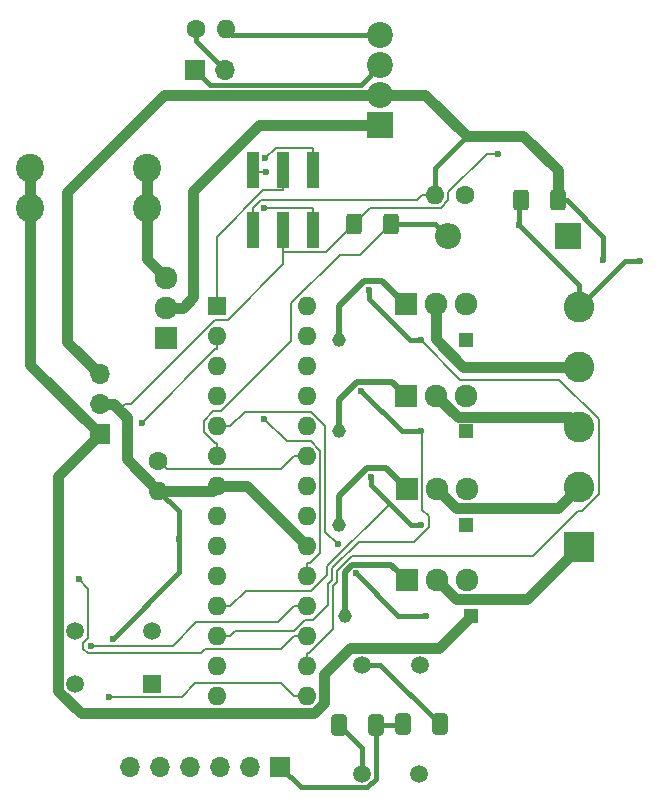
<source format=gbr>
%TF.GenerationSoftware,KiCad,Pcbnew,8.0.1-rc1*%
%TF.CreationDate,2024-06-22T18:18:56-07:00*%
%TF.ProjectId,AMS - CANBus - RGB - Nchannel,414d5320-2d20-4434-914e-427573202d20,rev?*%
%TF.SameCoordinates,Original*%
%TF.FileFunction,Copper,L1,Top*%
%TF.FilePolarity,Positive*%
%FSLAX46Y46*%
G04 Gerber Fmt 4.6, Leading zero omitted, Abs format (unit mm)*
G04 Created by KiCad (PCBNEW 8.0.1-rc1) date 2024-06-22 18:18:56*
%MOMM*%
%LPD*%
G01*
G04 APERTURE LIST*
G04 Aperture macros list*
%AMRoundRect*
0 Rectangle with rounded corners*
0 $1 Rounding radius*
0 $2 $3 $4 $5 $6 $7 $8 $9 X,Y pos of 4 corners*
0 Add a 4 corners polygon primitive as box body*
4,1,4,$2,$3,$4,$5,$6,$7,$8,$9,$2,$3,0*
0 Add four circle primitives for the rounded corners*
1,1,$1+$1,$2,$3*
1,1,$1+$1,$4,$5*
1,1,$1+$1,$6,$7*
1,1,$1+$1,$8,$9*
0 Add four rect primitives between the rounded corners*
20,1,$1+$1,$2,$3,$4,$5,0*
20,1,$1+$1,$4,$5,$6,$7,0*
20,1,$1+$1,$6,$7,$8,$9,0*
20,1,$1+$1,$8,$9,$2,$3,0*%
G04 Aperture macros list end*
%TA.AperFunction,SMDPad,CuDef*%
%ADD10RoundRect,0.250000X-0.412500X-0.650000X0.412500X-0.650000X0.412500X0.650000X-0.412500X0.650000X0*%
%TD*%
%TA.AperFunction,ComponentPad*%
%ADD11R,1.920000X1.920000*%
%TD*%
%TA.AperFunction,ComponentPad*%
%ADD12C,1.920000*%
%TD*%
%TA.AperFunction,ComponentPad*%
%ADD13C,1.600000*%
%TD*%
%TA.AperFunction,ComponentPad*%
%ADD14O,1.600000X1.600000*%
%TD*%
%TA.AperFunction,ComponentPad*%
%ADD15R,2.200000X2.200000*%
%TD*%
%TA.AperFunction,ComponentPad*%
%ADD16O,2.200000X2.200000*%
%TD*%
%TA.AperFunction,ComponentPad*%
%ADD17C,2.200000*%
%TD*%
%TA.AperFunction,ComponentPad*%
%ADD18R,2.600000X2.600000*%
%TD*%
%TA.AperFunction,ComponentPad*%
%ADD19C,2.600000*%
%TD*%
%TA.AperFunction,ComponentPad*%
%ADD20R,1.700000X1.700000*%
%TD*%
%TA.AperFunction,ComponentPad*%
%ADD21O,1.700000X1.700000*%
%TD*%
%TA.AperFunction,ComponentPad*%
%ADD22C,2.400000*%
%TD*%
%TA.AperFunction,ComponentPad*%
%ADD23R,1.150000X1.150000*%
%TD*%
%TA.AperFunction,ComponentPad*%
%ADD24C,1.150000*%
%TD*%
%TA.AperFunction,SMDPad,CuDef*%
%ADD25RoundRect,0.250000X-0.400000X-0.625000X0.400000X-0.625000X0.400000X0.625000X-0.400000X0.625000X0*%
%TD*%
%TA.AperFunction,SMDPad,CuDef*%
%ADD26R,1.000000X3.150000*%
%TD*%
%TA.AperFunction,ComponentPad*%
%ADD27R,1.600000X1.600000*%
%TD*%
%TA.AperFunction,ComponentPad*%
%ADD28C,1.500000*%
%TD*%
%TA.AperFunction,ComponentPad*%
%ADD29R,1.500000X1.500000*%
%TD*%
%TA.AperFunction,SMDPad,CuDef*%
%ADD30RoundRect,0.250000X0.412500X0.650000X-0.412500X0.650000X-0.412500X-0.650000X0.412500X-0.650000X0*%
%TD*%
%TA.AperFunction,ViaPad*%
%ADD31C,0.600000*%
%TD*%
%TA.AperFunction,Conductor*%
%ADD32C,0.889000*%
%TD*%
%TA.AperFunction,Conductor*%
%ADD33C,0.200000*%
%TD*%
%TA.AperFunction,Conductor*%
%ADD34C,0.381000*%
%TD*%
%TA.AperFunction,Conductor*%
%ADD35C,0.508000*%
%TD*%
G04 APERTURE END LIST*
D10*
%TO.P,C3,1*%
%TO.N,Net-(U2-XTAL2{slash}PB7)*%
X151259400Y-117195200D03*
%TO.P,C3,2*%
%TO.N,GND*%
X154384400Y-117195200D03*
%TD*%
D11*
%TO.P,Q3,1*%
%TO.N,Net-(Q3-Pad1)*%
X157029900Y-104966800D03*
D12*
%TO.P,Q3,2*%
%TO.N,/Output12v/Out1*%
X159569900Y-104966800D03*
%TO.P,Q3,3*%
%TO.N,+VDC*%
X162109900Y-104966800D03*
%TD*%
D11*
%TO.P,Q5,1*%
%TO.N,Net-(Q5-Pad1)*%
X157029900Y-97215700D03*
D12*
%TO.P,Q5,2*%
%TO.N,/Output12v/Out2*%
X159569900Y-97215700D03*
%TO.P,Q5,3*%
%TO.N,+VDC*%
X162109900Y-97215700D03*
%TD*%
D13*
%TO.P,R7,1*%
%TO.N,Net-(J5-Pin_2)*%
X139116100Y-58260700D03*
D14*
%TO.P,R7,2*%
%TO.N,CANBUS_L*%
X141656100Y-58260700D03*
%TD*%
D15*
%TO.P,D2,1,K*%
%TO.N,Net-(D2-K)*%
X170632200Y-75831200D03*
D16*
%TO.P,D2,2,A*%
%TO.N,/BareMinAtmel328P/PD4-D4*%
X160472200Y-75831200D03*
%TD*%
D15*
%TO.P,J1,1,Pin_1*%
%TO.N,Net-(J1-Pin_1)*%
X154748000Y-66384800D03*
D17*
%TO.P,J1,2,Pin_2*%
%TO.N,GND*%
X154748000Y-63844800D03*
%TO.P,J1,3,Pin_3*%
%TO.N,CANBUS_H*%
X154748000Y-61304800D03*
%TO.P,J1,4,Pin_4*%
%TO.N,CANBUS_L*%
X154748000Y-58764800D03*
%TD*%
D18*
%TO.P,J2,1,Pin_1*%
%TO.N,/Output12v/Out1*%
X171594600Y-102105600D03*
D19*
%TO.P,J2,2,Pin_2*%
%TO.N,/Output12v/Out2*%
X171594600Y-97025600D03*
%TO.P,J2,3,Pin_3*%
%TO.N,/Output12v/Out3*%
X171594600Y-91945600D03*
%TO.P,J2,4,Pin_4*%
%TO.N,/Output12v/Out4*%
X171594600Y-86865600D03*
%TO.P,J2,5,Pin_5*%
%TO.N,Net-(J2-Pin_5)*%
X171594600Y-81785600D03*
%TD*%
D13*
%TO.P,NTC1,1*%
%TO.N,/BareMinAtmel328P/PC0-A0*%
X135965600Y-94809500D03*
D14*
%TO.P,NTC1,2*%
%TO.N,+5V*%
X135965600Y-97349500D03*
%TD*%
D11*
%TO.P,Q7,1*%
%TO.N,Net-(Q7-Pad1)*%
X156961400Y-89326400D03*
D12*
%TO.P,Q7,2*%
%TO.N,/Output12v/Out3*%
X159501400Y-89326400D03*
%TO.P,Q7,3*%
%TO.N,+VDC*%
X162041400Y-89326400D03*
%TD*%
D20*
%TO.P,J3,1,Pin_1*%
%TO.N,GND*%
X146254600Y-120744200D03*
D21*
%TO.P,J3,2,Pin_2*%
%TO.N,unconnected-(J3-Pin_2-Pad2)*%
X143714600Y-120744200D03*
%TO.P,J3,3,Pin_3*%
%TO.N,+5V*%
X141174600Y-120744200D03*
%TO.P,J3,4,Pin_4*%
%TO.N,/BareMinAtmel328P/PD0-RX*%
X138634600Y-120744200D03*
%TO.P,J3,5,Pin_5*%
%TO.N,/BareMinAtmel328P/PD1-TX*%
X136094600Y-120744200D03*
%TO.P,J3,6,Pin_6*%
%TO.N,Net-(J3-Pin_6)*%
X133554600Y-120744200D03*
%TD*%
D22*
%TO.P,U5,1,1*%
%TO.N,Net-(Q1-Pad3)*%
X134999500Y-70018000D03*
%TO.P,U5,2,2*%
X134999500Y-73418000D03*
%TO.P,U5,3,3*%
%TO.N,+VDC*%
X125079500Y-70018000D03*
%TO.P,U5,4,4*%
X125079500Y-73418000D03*
%TD*%
D23*
%TO.P,Z1,1*%
%TO.N,+VDC*%
X162430500Y-107964000D03*
D24*
%TO.P,Z1,2*%
%TO.N,Net-(Q3-Pad1)*%
X151730500Y-107964000D03*
%TD*%
D25*
%TO.P,R22,1*%
%TO.N,+5V*%
X152547400Y-74745100D03*
%TO.P,R22,2*%
%TO.N,/BareMinAtmel328P/PD4-D4*%
X155647400Y-74745100D03*
%TD*%
D13*
%TO.P,R6,1*%
%TO.N,Net-(U4-Rs)*%
X161933600Y-72318900D03*
D14*
%TO.P,R6,2*%
%TO.N,GND*%
X159393600Y-72318900D03*
%TD*%
D11*
%TO.P,Q9,1*%
%TO.N,Net-(Q9-Pad1)*%
X156916800Y-81600400D03*
D12*
%TO.P,Q9,2*%
%TO.N,/Output12v/Out4*%
X159456800Y-81600400D03*
%TO.P,Q9,3*%
%TO.N,+VDC*%
X161996800Y-81600400D03*
%TD*%
D20*
%TO.P,Powerboard1,1,Pin_1*%
%TO.N,+VDC*%
X130976300Y-92602600D03*
D21*
%TO.P,Powerboard1,2,Pin_2*%
%TO.N,+5V*%
X130976300Y-90062600D03*
%TO.P,Powerboard1,3,Pin_3*%
%TO.N,GND*%
X130976300Y-87522600D03*
%TD*%
D26*
%TO.P,J4,1,Pin_1*%
%TO.N,/BareMinAtmel328P/PB4-D12-MISO*%
X149082300Y-70232000D03*
%TO.P,J4,2,Pin_2*%
%TO.N,/BareMinAtmel328P/PB5-D13-SCK*%
X149082300Y-75282000D03*
%TO.P,J4,3,Pin_3*%
%TO.N,/BareMinAtmel328P/RESET*%
X146542300Y-70232000D03*
%TO.P,J4,4,Pin_4*%
%TO.N,+5V*%
X146542300Y-75282000D03*
%TO.P,J4,5,Pin_5*%
%TO.N,/BareMinAtmel328P/PB3-D11-MOSI*%
X144002300Y-70232000D03*
%TO.P,J4,6,Pin_6*%
%TO.N,GND*%
X144002300Y-75282000D03*
%TD*%
D23*
%TO.P,Z2,1*%
%TO.N,+VDC*%
X161977900Y-100269500D03*
D24*
%TO.P,Z2,2*%
%TO.N,Net-(Q5-Pad1)*%
X151277900Y-100269500D03*
%TD*%
D27*
%TO.P,U2,1,~{RESET}/PC6*%
%TO.N,/BareMinAtmel328P/RESET*%
X140929500Y-81761800D03*
D14*
%TO.P,U2,2,PD0*%
%TO.N,/BareMinAtmel328P/PD0-RX*%
X140929500Y-84301800D03*
%TO.P,U2,3,PD1*%
%TO.N,/BareMinAtmel328P/PD1-TX*%
X140929500Y-86841800D03*
%TO.P,U2,4,PD2*%
%TO.N,/BareMinAtmel328P/PD2-D2*%
X140929500Y-89381800D03*
%TO.P,U2,5,PD3*%
%TO.N,/BareMinAtmel328P/PD3-D3*%
X140929500Y-91921800D03*
%TO.P,U2,6,PD4*%
%TO.N,/BareMinAtmel328P/PD4-D4*%
X140929500Y-94461800D03*
%TO.P,U2,7,VCC*%
%TO.N,+5V*%
X140929500Y-97001800D03*
%TO.P,U2,8,GND*%
%TO.N,GND*%
X140929500Y-99541800D03*
%TO.P,U2,9,XTAL1/PB6*%
%TO.N,Net-(U2-XTAL1{slash}PB6)*%
X140929500Y-102081800D03*
%TO.P,U2,10,XTAL2/PB7*%
%TO.N,Net-(U2-XTAL2{slash}PB7)*%
X140929500Y-104621800D03*
%TO.P,U2,11,PD5*%
%TO.N,/BareMinAtmel328P/PD5-D5*%
X140929500Y-107161800D03*
%TO.P,U2,12,PD6*%
%TO.N,/BareMinAtmel328P/PD6-D6*%
X140929500Y-109701800D03*
%TO.P,U2,13,PD7*%
%TO.N,/BareMinAtmel328P/PD7-D7*%
X140929500Y-112241800D03*
%TO.P,U2,14,PB0*%
%TO.N,/BareMinAtmel328P/PB0-D8*%
X140929500Y-114781800D03*
%TO.P,U2,15,PB1*%
%TO.N,/BareMinAtmel328P/PB1-D9*%
X148549500Y-114781800D03*
%TO.P,U2,16,PB2*%
%TO.N,/BareMinAtmel328P/PB2-D10-SS*%
X148549500Y-112241800D03*
%TO.P,U2,17,PB3*%
%TO.N,/BareMinAtmel328P/PB3-D11-MOSI*%
X148549500Y-109701800D03*
%TO.P,U2,18,PB4*%
%TO.N,/BareMinAtmel328P/PB4-D12-MISO*%
X148549500Y-107161800D03*
%TO.P,U2,19,PB5*%
%TO.N,/BareMinAtmel328P/PB5-D13-SCK*%
X148549500Y-104621800D03*
%TO.P,U2,20,AVCC*%
%TO.N,+5V*%
X148549500Y-102081800D03*
%TO.P,U2,21,AREF*%
%TO.N,/BareMinAtmel328P/AREF*%
X148549500Y-99541800D03*
%TO.P,U2,22,GND*%
%TO.N,GND*%
X148549500Y-97001800D03*
%TO.P,U2,23,PC0*%
%TO.N,/BareMinAtmel328P/PC0-A0*%
X148549500Y-94461800D03*
%TO.P,U2,24,PC1*%
%TO.N,/BareMinAtmel328P/PC1-A1*%
X148549500Y-91921800D03*
%TO.P,U2,25,PC2*%
%TO.N,/BareMinAtmel328P/PC2-A2*%
X148549500Y-89381800D03*
%TO.P,U2,26,PC3*%
%TO.N,/BareMinAtmel328P/PC3-A3*%
X148549500Y-86841800D03*
%TO.P,U2,27,PC4*%
%TO.N,/BareMinAtmel328P/PC4-A4-SDA*%
X148549500Y-84301800D03*
%TO.P,U2,28,PC5*%
%TO.N,/BareMinAtmel328P/PC5-A5-SCL*%
X148549500Y-81761800D03*
%TD*%
D20*
%TO.P,J5,1,Pin_1*%
%TO.N,CANBUS_H*%
X139049600Y-61738500D03*
D21*
%TO.P,J5,2,Pin_2*%
%TO.N,Net-(J5-Pin_2)*%
X141589600Y-61738500D03*
%TD*%
D11*
%TO.P,Q1,1*%
%TO.N,Net-(Q1-Pad1)*%
X136586000Y-84423600D03*
D12*
%TO.P,Q1,2*%
%TO.N,Net-(J1-Pin_1)*%
X136586000Y-81883600D03*
%TO.P,Q1,3*%
%TO.N,Net-(Q1-Pad3)*%
X136586000Y-79343600D03*
%TD*%
D28*
%TO.P,Y2,1,1*%
%TO.N,Net-(U3-OSC1)*%
X153203400Y-112099600D03*
%TO.P,Y2,2,2*%
%TO.N,Net-(U3-OSC2)*%
X158083400Y-112099600D03*
%TD*%
D29*
%TO.P,Reset1,1,NO_1*%
%TO.N,/BareMinAtmel328P/RESET*%
X135385300Y-113752500D03*
D28*
%TO.P,Reset1,2,NO_2*%
%TO.N,unconnected-(Reset1-NO_2-Pad2)*%
X128885300Y-113752500D03*
%TO.P,Reset1,3,COM_1*%
%TO.N,GND*%
X135385300Y-109252500D03*
%TO.P,Reset1,4,COM_2*%
%TO.N,unconnected-(Reset1-COM_2-Pad4)*%
X128885300Y-109252500D03*
%TD*%
D30*
%TO.P,C5,1*%
%TO.N,Net-(U3-OSC1)*%
X159782200Y-117145000D03*
%TO.P,C5,2*%
%TO.N,GND*%
X156657200Y-117145000D03*
%TD*%
D28*
%TO.P,Y1,1,1*%
%TO.N,Net-(U2-XTAL2{slash}PB7)*%
X153178500Y-121354000D03*
%TO.P,Y1,2,2*%
%TO.N,Net-(U2-XTAL1{slash}PB6)*%
X158058500Y-121354000D03*
%TD*%
D25*
%TO.P,C8,1*%
%TO.N,Net-(J2-Pin_5)*%
X166654000Y-72746000D03*
%TO.P,C8,2*%
%TO.N,GND*%
X169754000Y-72746000D03*
%TD*%
D23*
%TO.P,Z4,1*%
%TO.N,+VDC*%
X161963000Y-84624300D03*
D24*
%TO.P,Z4,2*%
%TO.N,Net-(Q9-Pad1)*%
X151263000Y-84624300D03*
%TD*%
D23*
%TO.P,Z3,1*%
%TO.N,+VDC*%
X161963000Y-92343800D03*
D24*
%TO.P,Z3,2*%
%TO.N,Net-(Q7-Pad1)*%
X151263000Y-92343800D03*
%TD*%
D31*
%TO.N,GND*%
X154384000Y-117195000D03*
X173627000Y-77825200D03*
X163203000Y-67338900D03*
X156657000Y-117145000D03*
X128222000Y-81122900D03*
%TO.N,+5V*%
X132103000Y-109881000D03*
X164680600Y-68862200D03*
X137702000Y-101432000D03*
%TO.N,/BareMinAtmel328P/PB5-D13-SCK*%
X144892300Y-91269400D03*
X144926700Y-73405300D03*
%TO.N,/BareMinAtmel328P/PB3-D11-MOSI*%
X145039000Y-70346500D03*
X129219300Y-104880400D03*
%TO.N,/BareMinAtmel328P/PB4-D12-MISO*%
X145019600Y-69215300D03*
X130270200Y-110517300D03*
%TO.N,/BareMinAtmel328P/PD0-RX*%
X134533900Y-91661400D03*
%TO.N,/BareMinAtmel328P/PD6-D6*%
X158163000Y-92343800D03*
X153138000Y-88887400D03*
%TO.N,/BareMinAtmel328P/PB2-D10-SS*%
X153764000Y-80335200D03*
X158163000Y-84624300D03*
%TO.N,/BareMinAtmel328P/PD3-D3*%
X158631000Y-107964000D03*
X151159500Y-101906400D03*
X152696000Y-104374000D03*
%TO.N,/BareMinAtmel328P/PD5-D5*%
X153981000Y-96169100D03*
X158178000Y-100270000D03*
%TO.N,/BareMinAtmel328P/PB1-D9*%
X131783200Y-114804200D03*
%TO.N,Net-(J2-Pin_5)*%
X176758000Y-77879700D03*
X166490000Y-74881200D03*
%TD*%
D32*
%TO.N,GND*%
X136445000Y-63844800D02*
X128247000Y-72043300D01*
X166851000Y-67338900D02*
X169754000Y-70241600D01*
X169754000Y-70241600D02*
X169754000Y-72746000D01*
X128247000Y-81097700D02*
X128222000Y-81122900D01*
D33*
X158291900Y-72318900D02*
X157835200Y-72775600D01*
D34*
X154384600Y-117195000D02*
X156607000Y-117195000D01*
D32*
X158565000Y-63844800D02*
X162059000Y-67338900D01*
D33*
X157835200Y-72775600D02*
X144632000Y-72775600D01*
D34*
X154384000Y-117195000D02*
X154384000Y-121761000D01*
D32*
X162059000Y-67338900D02*
X163203000Y-67338900D01*
D34*
X159394000Y-72318900D02*
X159394000Y-70004300D01*
D33*
X144002300Y-75282000D02*
X144002300Y-73405300D01*
D32*
X154748000Y-63844800D02*
X136445000Y-63844800D01*
D34*
X159394000Y-70004300D02*
X162059000Y-67338900D01*
D33*
X159393600Y-72318900D02*
X158291900Y-72318900D01*
D34*
X170528000Y-72746000D02*
X169754000Y-72746000D01*
D32*
X154748000Y-63844800D02*
X158565000Y-63844800D01*
D34*
X153651000Y-122494000D02*
X148005000Y-122494000D01*
D32*
X128247000Y-72043300D02*
X128247000Y-81097700D01*
D34*
X173627000Y-75845200D02*
X170528000Y-72746000D01*
D32*
X163203000Y-67338900D02*
X166851000Y-67338900D01*
D34*
X173627000Y-77825200D02*
X173627000Y-75845200D01*
D32*
X128222000Y-81122900D02*
X128222000Y-84767900D01*
D34*
X154384000Y-121761000D02*
X153651000Y-122494000D01*
D33*
X144632000Y-72775600D02*
X144002300Y-73405300D01*
D32*
X128222000Y-84767900D02*
X130976000Y-87522600D01*
D34*
X148005000Y-122494000D02*
X146255000Y-120744000D01*
D33*
%TO.N,/BareMinAtmel328P/RESET*%
X140929500Y-75844800D02*
X140929500Y-81761800D01*
X146542300Y-70232000D02*
X146542300Y-71942400D01*
X146542300Y-71942400D02*
X144831900Y-71942400D01*
X144831900Y-71942400D02*
X140929500Y-75844800D01*
%TO.N,+5V*%
X133132200Y-90005800D02*
X132626900Y-90511100D01*
X141856600Y-82890200D02*
X140759300Y-82890200D01*
D34*
X132103000Y-109881000D02*
X137702000Y-104282000D01*
D33*
X152547400Y-74745100D02*
X153871900Y-73420600D01*
X146542300Y-75282000D02*
X146542300Y-77158700D01*
X133643700Y-90005800D02*
X133132200Y-90005800D01*
D32*
X140582000Y-97349500D02*
X140929700Y-97002000D01*
X135966000Y-97349500D02*
X140582000Y-97349500D01*
D33*
X140759300Y-82890200D02*
X133643700Y-90005800D01*
D32*
X132178000Y-90062600D02*
X132626900Y-90511100D01*
X132626900Y-90511100D02*
X133262000Y-91145800D01*
X133262000Y-94645400D02*
X135966000Y-97349500D01*
D34*
X137702000Y-104282000D02*
X137702000Y-101432000D01*
D33*
X153871900Y-73420600D02*
X159889700Y-73420600D01*
D32*
X133262000Y-91145800D02*
X133262000Y-94645400D01*
D33*
X163760200Y-68862200D02*
X164680600Y-68862200D01*
X160519300Y-72791000D02*
X160519300Y-72103100D01*
D34*
X137702000Y-101432000D02*
X137702000Y-99085700D01*
D33*
X146542300Y-77158700D02*
X150133800Y-77158700D01*
X146542300Y-78204500D02*
X141856600Y-82890200D01*
D34*
X137702000Y-99085700D02*
X135966000Y-97349500D01*
D33*
X159889700Y-73420600D02*
X160519300Y-72791000D01*
X146542300Y-77158700D02*
X146542300Y-78204500D01*
X160519300Y-72103100D02*
X163760200Y-68862200D01*
D32*
X140930000Y-97001800D02*
X143470000Y-97001800D01*
X130976300Y-90062600D02*
X132178000Y-90062600D01*
D33*
X150133800Y-77158700D02*
X152547400Y-74745100D01*
D32*
X143470000Y-97001800D02*
X148549700Y-102081600D01*
D34*
%TO.N,CANBUS_L*%
X142160000Y-58764800D02*
X141656000Y-58260700D01*
X154748000Y-58764800D02*
X142160000Y-58764800D01*
%TO.N,CANBUS_H*%
X153074000Y-62979000D02*
X140290000Y-62979000D01*
X140290000Y-62979000D02*
X139050000Y-61738500D01*
X154748000Y-61304800D02*
X153074000Y-62979000D01*
D33*
%TO.N,/BareMinAtmel328P/PB5-D13-SCK*%
X149082300Y-73405300D02*
X144926700Y-73405300D01*
X148549500Y-104621800D02*
X148549500Y-103520100D01*
X149678000Y-94017400D02*
X149678000Y-102619900D01*
X148777800Y-103520100D02*
X148549500Y-103520100D01*
X149678000Y-102619900D02*
X148777800Y-103520100D01*
X149082300Y-75282000D02*
X149082300Y-73405300D01*
X148852400Y-93191800D02*
X149678000Y-94017400D01*
X144892300Y-91269400D02*
X146814700Y-93191800D01*
X146814700Y-93191800D02*
X148852400Y-93191800D01*
%TO.N,/BareMinAtmel328P/PB3-D11-MOSI*%
X129990600Y-109852100D02*
X129990600Y-105651700D01*
X139600100Y-111146700D02*
X129978500Y-111146700D01*
X129609700Y-110233000D02*
X129990600Y-109852100D01*
X129978500Y-111146700D02*
X129609700Y-110777900D01*
X147447800Y-109701800D02*
X146346100Y-110803500D01*
X148549500Y-109701800D02*
X147447800Y-109701800D01*
X139943300Y-110803500D02*
X139600100Y-111146700D01*
X146346100Y-110803500D02*
X139943300Y-110803500D01*
X129609700Y-110777900D02*
X129609700Y-110233000D01*
X129990600Y-105651700D02*
X129219300Y-104880400D01*
X145039000Y-70346500D02*
X144116800Y-70346500D01*
%TO.N,/BareMinAtmel328P/PB4-D12-MISO*%
X139148300Y-108524400D02*
X137155400Y-110517300D01*
X149082300Y-68355300D02*
X145879600Y-68355300D01*
X137155400Y-110517300D02*
X130270200Y-110517300D01*
X145879600Y-68355300D02*
X145019600Y-69215300D01*
X147447800Y-107161800D02*
X146085200Y-108524400D01*
X149082300Y-70232000D02*
X149082300Y-68355300D01*
X148549500Y-107161800D02*
X147447800Y-107161800D01*
X146085200Y-108524400D02*
X139148300Y-108524400D01*
%TO.N,/BareMinAtmel328P/PD0-RX*%
X140929500Y-84301800D02*
X140929500Y-85403500D01*
X140929500Y-85403500D02*
X140791800Y-85403500D01*
X140791800Y-85403500D02*
X134533900Y-91661400D01*
D32*
%TO.N,+VDC*%
X125080000Y-86705800D02*
X130976000Y-92602600D01*
X149994000Y-112853000D02*
X152142000Y-110705000D01*
X127491000Y-96088100D02*
X127491000Y-114341000D01*
X129376000Y-116226000D02*
X149148000Y-116226000D01*
X152142000Y-110705000D02*
X159689000Y-110705000D01*
X149994000Y-115380000D02*
X149994000Y-112853000D01*
X159689000Y-110705000D02*
X162430700Y-107964200D01*
D33*
X125080000Y-71718000D02*
X125079500Y-71717500D01*
D32*
X125080000Y-71718000D02*
X125080000Y-73418000D01*
X130976000Y-92602600D02*
X127491000Y-96088100D01*
X125080000Y-73418000D02*
X125080000Y-86705800D01*
D33*
X125079500Y-71717500D02*
X125079500Y-70018000D01*
D32*
X125080000Y-70018000D02*
X125080000Y-71718000D01*
X127491000Y-114341000D02*
X129376000Y-116226000D01*
X149148000Y-116226000D02*
X149994000Y-115380000D01*
D33*
%TO.N,/BareMinAtmel328P/PD4-D4*%
X139796500Y-91471300D02*
X140616000Y-90651800D01*
X147196800Y-81513000D02*
X151338600Y-77371200D01*
X141254000Y-90651800D02*
X147196800Y-84709000D01*
X147196800Y-84709000D02*
X147196800Y-81513000D01*
X140791800Y-93360100D02*
X139796500Y-92364800D01*
X139796500Y-92364800D02*
X139796500Y-91471300D01*
X140929500Y-94461800D02*
X140929500Y-93360100D01*
X140616000Y-90651800D02*
X141254000Y-90651800D01*
X151338600Y-77371200D02*
X153020900Y-77371200D01*
D34*
X159386000Y-74745100D02*
X160472000Y-75831200D01*
D33*
X140929500Y-93360100D02*
X140791800Y-93360100D01*
D34*
X155647400Y-74745100D02*
X159386000Y-74745100D01*
D33*
X153020900Y-77371200D02*
X155647000Y-74745100D01*
%TO.N,/BareMinAtmel328P/PD6-D6*%
X158831900Y-100472100D02*
X158831900Y-99547300D01*
X150329400Y-105264500D02*
X150660500Y-104933400D01*
X142487700Y-109245300D02*
X147447900Y-109245300D01*
X150329400Y-107002900D02*
X150329400Y-105264500D01*
X150660500Y-103953400D02*
X152938200Y-101675700D01*
X150660500Y-104933400D02*
X150660500Y-103953400D01*
X158831900Y-99547300D02*
X158299900Y-99015300D01*
D34*
X156594000Y-92343800D02*
X158163000Y-92343800D01*
D33*
X152938200Y-101675700D02*
X157628300Y-101675700D01*
X140929500Y-109701800D02*
X142031200Y-109701800D01*
X148403000Y-108290200D02*
X149042100Y-108290200D01*
D34*
X153138000Y-88887400D02*
X156594000Y-92343800D01*
D33*
X149042100Y-108290200D02*
X150329400Y-107002900D01*
X158299900Y-99015300D02*
X158299900Y-92480700D01*
X142031200Y-109701800D02*
X142487700Y-109245300D01*
X147447900Y-109245300D02*
X148403000Y-108290200D01*
X157628300Y-101675700D02*
X158831900Y-100472100D01*
X158299900Y-92480700D02*
X158163000Y-92343800D01*
%TO.N,/BareMinAtmel328P/PB2-D10-SS*%
X173254300Y-97662100D02*
X173254300Y-91326100D01*
X171485000Y-99115100D02*
X171801300Y-99115100D01*
X161518500Y-87979800D02*
X158163000Y-84624300D01*
X151062200Y-104151600D02*
X152323600Y-102890200D01*
X148687200Y-111140100D02*
X150731100Y-109096200D01*
X169908000Y-87979800D02*
X161518500Y-87979800D01*
X167709900Y-102890200D02*
X171485000Y-99115100D01*
X148549500Y-112241800D02*
X148549500Y-111140100D01*
X171801300Y-99115100D02*
X173254300Y-97662100D01*
X148549500Y-111140100D02*
X148687200Y-111140100D01*
D34*
X153764000Y-80335200D02*
X153764000Y-81149000D01*
X157240000Y-84624300D02*
X158163000Y-84624300D01*
D33*
X150731100Y-105430800D02*
X151062200Y-105099700D01*
X152323600Y-102890200D02*
X167709900Y-102890200D01*
X151062200Y-105099700D02*
X151062200Y-104151600D01*
X173254300Y-91326100D02*
X169908000Y-87979800D01*
D34*
X153764000Y-81149000D02*
X157240000Y-84624300D01*
D33*
X150731100Y-109096200D02*
X150731100Y-105430800D01*
%TO.N,/BareMinAtmel328P/PD3-D3*%
X151159500Y-101906400D02*
X150106600Y-100853500D01*
X150106600Y-100853500D02*
X150106600Y-91914900D01*
X140929500Y-91921800D02*
X142031200Y-91921800D01*
X148859400Y-90667700D02*
X143285300Y-90667700D01*
D34*
X152696000Y-104374000D02*
X156286000Y-107964000D01*
D33*
X143285300Y-90667700D02*
X142031200Y-91921800D01*
D34*
X156286000Y-107964000D02*
X158631000Y-107964000D01*
D33*
X150106600Y-91914900D02*
X148859400Y-90667700D01*
%TO.N,/BareMinAtmel328P/PD5-D5*%
X148905000Y-105835900D02*
X150258700Y-104482200D01*
D34*
X157383000Y-100270000D02*
X158178000Y-100270000D01*
D33*
X140929500Y-107161800D02*
X142031200Y-107161800D01*
D34*
X155563500Y-98450300D02*
X157383000Y-100270000D01*
D33*
X143357100Y-105835900D02*
X148905000Y-105835900D01*
X150258700Y-104482200D02*
X150258700Y-103755200D01*
X150258700Y-103755200D02*
X155563500Y-98450400D01*
D34*
X153981000Y-96169100D02*
X153981000Y-96867700D01*
D33*
X142031200Y-107161800D02*
X143357100Y-105835900D01*
X155563500Y-98450400D02*
X155563500Y-98450300D01*
D34*
X153981000Y-96867700D02*
X155563500Y-98450300D01*
D33*
%TO.N,/BareMinAtmel328P/PC0-A0*%
X136722200Y-95566100D02*
X146343500Y-95566100D01*
X146343500Y-95566100D02*
X147447800Y-94461800D01*
X148549500Y-94461800D02*
X147447800Y-94461800D01*
X135965600Y-94809500D02*
X136722200Y-95566100D01*
D32*
%TO.N,Net-(Q1-Pad3)*%
X135000000Y-70018000D02*
X135000000Y-71952700D01*
X135000000Y-77757100D02*
X136586000Y-79343600D01*
D33*
X135000000Y-71952700D02*
X134999500Y-71952200D01*
X134999500Y-71952200D02*
X134999500Y-70018000D01*
D32*
X135000000Y-71952700D02*
X135000000Y-73887500D01*
X135000000Y-73887500D02*
X135000000Y-77757100D01*
D33*
%TO.N,/BareMinAtmel328P/PB1-D9*%
X147447800Y-114781800D02*
X146343300Y-113677300D01*
X146343300Y-113677300D02*
X139053800Y-113677300D01*
X137926900Y-114804200D02*
X131783200Y-114804200D01*
X139053800Y-113677300D02*
X137926900Y-114804200D01*
X148549500Y-114781800D02*
X147447800Y-114781800D01*
D34*
%TO.N,Net-(U2-XTAL2{slash}PB7)*%
X153179000Y-119114000D02*
X151259300Y-117195300D01*
X153179000Y-121354000D02*
X153179000Y-119114000D01*
%TO.N,Net-(U3-OSC1)*%
X159782000Y-117145000D02*
X154737000Y-112100000D01*
X154737000Y-112100000D02*
X153203400Y-112100000D01*
D32*
%TO.N,Net-(J1-Pin_1)*%
X154748000Y-66384800D02*
X144485000Y-66384800D01*
X138024000Y-81883600D02*
X136586000Y-81883600D01*
X138910000Y-71960500D02*
X138910000Y-80998200D01*
X144485000Y-66384800D02*
X138910000Y-71960500D01*
X138910000Y-80998200D02*
X138024000Y-81883600D01*
D34*
%TO.N,Net-(J5-Pin_2)*%
X139116000Y-59265000D02*
X139116000Y-58710700D01*
X141589800Y-61738300D02*
X139116000Y-59265000D01*
D33*
%TO.N,/Output12v/Out4*%
X159456800Y-82912100D02*
X159456800Y-81600400D01*
X159457000Y-82912300D02*
X159456800Y-82912100D01*
D32*
X159457000Y-82912300D02*
X159457000Y-84557100D01*
X161765000Y-86865600D02*
X171594600Y-86865600D01*
X159457000Y-84557100D02*
X161765000Y-86865600D01*
X159457000Y-81600400D02*
X159457000Y-82912300D01*
%TO.N,/Output12v/Out2*%
X169800000Y-98820200D02*
X171594800Y-97025800D01*
X159570000Y-97215700D02*
X161174000Y-98820200D01*
X161174000Y-98820200D02*
X169800000Y-98820200D01*
%TO.N,/Output12v/Out3*%
X159501200Y-89326600D02*
X161299000Y-91124300D01*
X170773000Y-91124300D02*
X171594800Y-91945400D01*
X161299000Y-91124300D02*
X170773000Y-91124300D01*
%TO.N,/Output12v/Out1*%
X167129000Y-106571000D02*
X171595000Y-102106000D01*
X159570000Y-104967000D02*
X161174000Y-106571000D01*
X161174000Y-106571000D02*
X167129000Y-106571000D01*
D35*
%TO.N,Net-(Q3-Pad1)*%
X155683000Y-103620000D02*
X152383000Y-103620000D01*
X157029900Y-104966800D02*
X155683000Y-103620000D01*
X152383000Y-103620000D02*
X151731000Y-104272000D01*
X151731000Y-104272000D02*
X151731000Y-107964000D01*
D33*
%TO.N,Net-(Q5-Pad1)*%
X151277900Y-99034200D02*
X151277900Y-100269500D01*
D35*
X157029900Y-97215700D02*
X155229000Y-95415100D01*
X151278000Y-97798300D02*
X151278000Y-99034100D01*
X153661000Y-95415100D02*
X151278000Y-97798300D01*
X151278000Y-99034100D02*
X151278000Y-100270000D01*
X155229000Y-95415100D02*
X153661000Y-95415100D01*
D33*
X151278000Y-99034100D02*
X151277900Y-99034200D01*
D35*
%TO.N,Net-(Q7-Pad1)*%
X156961000Y-89326400D02*
X155768000Y-88133400D01*
X152807000Y-88133400D02*
X151263000Y-89677300D01*
X155768000Y-88133400D02*
X152807000Y-88133400D01*
X151263000Y-89677300D02*
X151263000Y-92343800D01*
D33*
%TO.N,Net-(Q9-Pad1)*%
X155907500Y-80590800D02*
X156916800Y-81600100D01*
D35*
X156917000Y-81600400D02*
X155907500Y-80590800D01*
X154898000Y-79581200D02*
X153387000Y-79581200D01*
X153387000Y-79581200D02*
X151263000Y-81705400D01*
X155907500Y-80590800D02*
X154898000Y-79581200D01*
X151263000Y-81705400D02*
X151263000Y-84624300D01*
D34*
%TO.N,Net-(J2-Pin_5)*%
X175501000Y-77879700D02*
X176758000Y-77879700D01*
X171595000Y-79986200D02*
X171595000Y-80885900D01*
X166490000Y-74881200D02*
X166490000Y-72910300D01*
X171595000Y-81785600D02*
X175501000Y-77879700D01*
X166490000Y-74881200D02*
X171595000Y-79986200D01*
%TD*%
M02*

</source>
